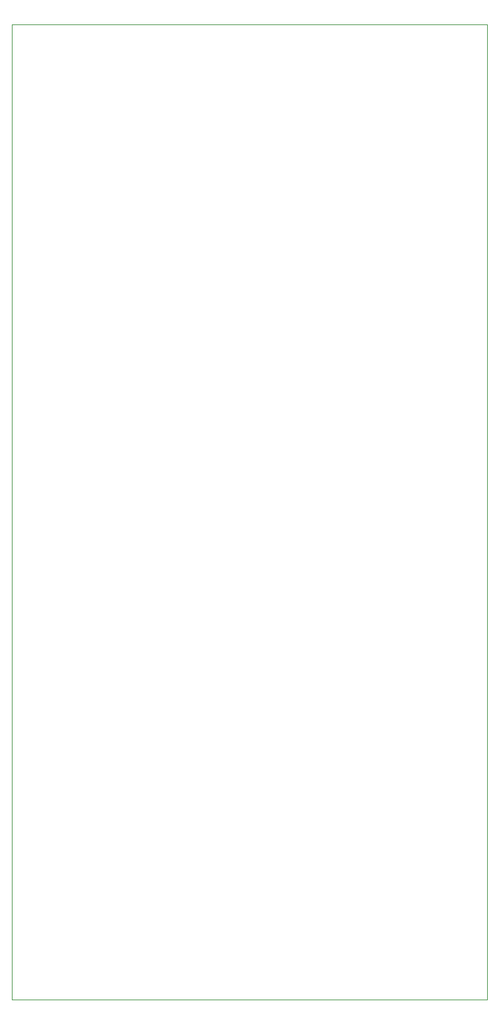
<source format=gbr>
G04 #@! TF.GenerationSoftware,KiCad,Pcbnew,(5.1.5)-3*
G04 #@! TF.CreationDate,2020-04-05T16:27:12-07:00*
G04 #@! TF.ProjectId,adsr-1x2,61647372-2d31-4783-922e-6b696361645f,rev?*
G04 #@! TF.SameCoordinates,Original*
G04 #@! TF.FileFunction,Profile,NP*
%FSLAX46Y46*%
G04 Gerber Fmt 4.6, Leading zero omitted, Abs format (unit mm)*
G04 Created by KiCad (PCBNEW (5.1.5)-3) date 2020-04-05 16:27:12*
%MOMM*%
%LPD*%
G04 APERTURE LIST*
%ADD10C,0.050000*%
G04 APERTURE END LIST*
D10*
X0Y0D02*
X0Y-125000000D01*
X0Y0D02*
X60960000Y0D01*
X60960000Y-125000000D02*
X0Y-125000000D01*
X60960000Y0D02*
X60960000Y-125000000D01*
M02*

</source>
